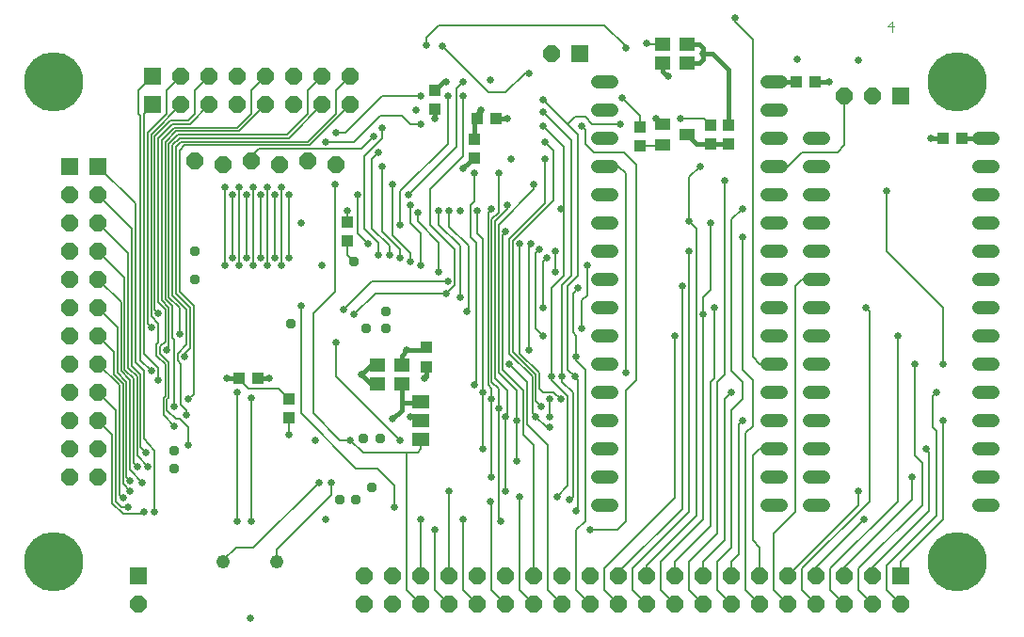
<source format=gbl>
G75*
%MOIN*%
%OFA0B0*%
%FSLAX24Y24*%
%IPPOS*%
%LPD*%
%AMOC8*
5,1,8,0,0,1.08239X$1,22.5*
%
%ADD10C,0.0030*%
%ADD11C,0.2100*%
%ADD12C,0.0480*%
%ADD13R,0.0600X0.0600*%
%ADD14OC8,0.0600*%
%ADD15R,0.0551X0.0472*%
%ADD16C,0.0480*%
%ADD17OC8,0.0337*%
%ADD18R,0.0591X0.0512*%
%ADD19R,0.0433X0.0394*%
%ADD20R,0.0394X0.0433*%
%ADD21R,0.0551X0.0394*%
%ADD22C,0.0258*%
%ADD23C,0.0160*%
%ADD24C,0.0050*%
D10*
X032200Y022140D02*
X032200Y022510D01*
X032015Y022325D01*
X032262Y022325D01*
D11*
X002500Y003375D03*
X002500Y020375D03*
X034500Y020375D03*
X034500Y003375D03*
D12*
X035260Y005375D02*
X035740Y005375D01*
X035740Y006375D02*
X035260Y006375D01*
X035260Y007375D02*
X035740Y007375D01*
X035740Y008375D02*
X035260Y008375D01*
X035260Y009375D02*
X035740Y009375D01*
X035740Y010375D02*
X035260Y010375D01*
X035260Y011375D02*
X035740Y011375D01*
X035740Y012375D02*
X035260Y012375D01*
X035260Y013375D02*
X035740Y013375D01*
X035740Y014375D02*
X035260Y014375D01*
X035260Y015375D02*
X035740Y015375D01*
X035740Y016375D02*
X035260Y016375D01*
X035260Y017375D02*
X035740Y017375D01*
X035740Y018375D02*
X035260Y018375D01*
X029740Y018375D02*
X029260Y018375D01*
X028240Y018375D02*
X027760Y018375D01*
X027760Y017375D02*
X028240Y017375D01*
X029260Y017375D02*
X029740Y017375D01*
X029740Y016375D02*
X029260Y016375D01*
X028240Y016375D02*
X027760Y016375D01*
X027760Y015375D02*
X028240Y015375D01*
X029260Y015375D02*
X029740Y015375D01*
X029740Y014375D02*
X029260Y014375D01*
X028240Y014375D02*
X027760Y014375D01*
X027760Y013375D02*
X028240Y013375D01*
X029260Y013375D02*
X029740Y013375D01*
X029740Y012375D02*
X029260Y012375D01*
X028240Y012375D02*
X027760Y012375D01*
X027760Y011375D02*
X028240Y011375D01*
X029260Y011375D02*
X029740Y011375D01*
X029740Y010375D02*
X029260Y010375D01*
X028240Y010375D02*
X027760Y010375D01*
X027760Y009375D02*
X028240Y009375D01*
X029260Y009375D02*
X029740Y009375D01*
X029740Y008375D02*
X029260Y008375D01*
X028240Y008375D02*
X027760Y008375D01*
X027760Y007375D02*
X028240Y007375D01*
X029260Y007375D02*
X029740Y007375D01*
X029740Y006375D02*
X029260Y006375D01*
X028240Y006375D02*
X027760Y006375D01*
X027760Y005375D02*
X028240Y005375D01*
X029260Y005375D02*
X029740Y005375D01*
X022240Y005375D02*
X021760Y005375D01*
X021760Y006375D02*
X022240Y006375D01*
X022240Y007375D02*
X021760Y007375D01*
X021760Y008375D02*
X022240Y008375D01*
X022240Y009375D02*
X021760Y009375D01*
X021760Y010375D02*
X022240Y010375D01*
X022240Y011375D02*
X021760Y011375D01*
X021760Y012375D02*
X022240Y012375D01*
X022240Y013375D02*
X021760Y013375D01*
X021760Y014375D02*
X022240Y014375D01*
X022240Y015375D02*
X021760Y015375D01*
X021760Y016375D02*
X022240Y016375D01*
X022240Y017375D02*
X021760Y017375D01*
X021760Y018375D02*
X022240Y018375D01*
X022240Y019375D02*
X021760Y019375D01*
X021760Y020375D02*
X022240Y020375D01*
X027760Y020375D02*
X028240Y020375D01*
X028240Y019375D02*
X027760Y019375D01*
D13*
X032500Y019875D03*
X021125Y021375D03*
X006000Y020563D03*
X006000Y019563D03*
X004063Y017375D03*
X003063Y017375D03*
X005500Y002875D03*
X032500Y002875D03*
D14*
X031500Y002875D03*
X030500Y002875D03*
X029500Y002875D03*
X028500Y002875D03*
X027500Y002875D03*
X026500Y002875D03*
X025500Y002875D03*
X024500Y002875D03*
X023500Y002875D03*
X022500Y002875D03*
X021500Y002875D03*
X020500Y002875D03*
X019500Y002875D03*
X018500Y002875D03*
X017500Y002875D03*
X016500Y002875D03*
X015500Y002875D03*
X014500Y002875D03*
X013500Y002875D03*
X013500Y001875D03*
X014500Y001875D03*
X015500Y001875D03*
X016500Y001875D03*
X017500Y001875D03*
X018500Y001875D03*
X019500Y001875D03*
X020500Y001875D03*
X021500Y001875D03*
X022500Y001875D03*
X023500Y001875D03*
X024500Y001875D03*
X025500Y001875D03*
X026500Y001875D03*
X027500Y001875D03*
X028500Y001875D03*
X029500Y001875D03*
X030500Y001875D03*
X031500Y001875D03*
X032500Y001875D03*
X012500Y017438D03*
X011500Y017563D03*
X010500Y017438D03*
X009500Y017563D03*
X008500Y017438D03*
X007500Y017563D03*
X007000Y019563D03*
X008000Y019563D03*
X009000Y019563D03*
X010000Y019563D03*
X011000Y019563D03*
X012000Y019563D03*
X013000Y019563D03*
X013000Y020563D03*
X012000Y020563D03*
X011000Y020563D03*
X010000Y020563D03*
X009000Y020563D03*
X008000Y020563D03*
X007000Y020563D03*
X004063Y016375D03*
X003063Y016375D03*
X003063Y015375D03*
X004063Y015375D03*
X004063Y014375D03*
X003063Y014375D03*
X003063Y013375D03*
X004063Y013375D03*
X004063Y012375D03*
X003063Y012375D03*
X003063Y011375D03*
X004063Y011375D03*
X004063Y010375D03*
X003063Y010375D03*
X003063Y009375D03*
X004063Y009375D03*
X004063Y008375D03*
X003063Y008375D03*
X003063Y007375D03*
X004063Y007375D03*
X004063Y006375D03*
X003063Y006375D03*
X005500Y001875D03*
X030500Y019875D03*
X031500Y019875D03*
X020125Y021375D03*
D15*
X024067Y021040D03*
X024067Y021710D03*
X024933Y021710D03*
X024933Y021040D03*
X014808Y010335D03*
X013942Y010335D03*
X013942Y009665D03*
X014808Y009665D03*
D16*
X010388Y003375D03*
X008488Y003375D03*
D17*
X012625Y005563D03*
X013188Y005563D03*
X013750Y006000D03*
X013438Y007750D03*
X014063Y007750D03*
X014250Y011625D03*
X014250Y012250D03*
X013563Y011625D03*
X010875Y011813D03*
X013125Y014000D03*
X007500Y014375D03*
X007500Y013375D03*
X006750Y007313D03*
X006750Y006688D03*
D18*
X015500Y007706D03*
X015500Y008375D03*
X015500Y009044D03*
D19*
X010813Y009147D03*
X010813Y008478D03*
X009710Y009875D03*
X009040Y009875D03*
X012875Y014728D03*
X012875Y015397D03*
X017478Y019063D03*
X018147Y019063D03*
X023250Y018772D03*
X023250Y018103D03*
X026375Y018165D03*
X026375Y018835D03*
X028790Y020375D03*
X029460Y020375D03*
X033978Y018375D03*
X034647Y018375D03*
D20*
X025750Y018165D03*
X025750Y018835D03*
X017375Y018335D03*
X017375Y017665D03*
X016000Y019415D03*
X016000Y020085D03*
X015688Y010960D03*
X015688Y010290D03*
D21*
X024067Y018126D03*
X024067Y018874D03*
X024933Y018500D03*
D22*
X024688Y019063D03*
X023813Y019063D03*
X022563Y018875D03*
X021188Y018813D03*
X019813Y018813D03*
X019813Y019313D03*
X019813Y019750D03*
X018563Y019063D03*
X017625Y019375D03*
X017000Y019875D03*
X016438Y019875D03*
X016375Y020375D03*
X017000Y020375D03*
X017938Y020438D03*
X019313Y020688D03*
X022625Y019813D03*
X024250Y020563D03*
X025500Y021375D03*
X026625Y022625D03*
X028813Y021188D03*
X029938Y020375D03*
X031000Y021125D03*
X033563Y018375D03*
X032000Y016500D03*
X026875Y015875D03*
X025750Y015375D03*
X025000Y015438D03*
X025000Y014375D03*
X024750Y013125D03*
X025875Y012375D03*
X025500Y012125D03*
X024500Y011375D03*
X022750Y010063D03*
X020938Y009938D03*
X020500Y009938D03*
X020125Y009938D03*
X021000Y010625D03*
X019813Y011375D03*
X019313Y010875D03*
X018625Y010375D03*
X017688Y009375D03*
X018000Y009125D03*
X018250Y008813D03*
X018500Y008500D03*
X018875Y008375D03*
X019563Y008500D03*
X019750Y008875D03*
X020063Y009125D03*
X020438Y009125D03*
X020063Y008500D03*
X020063Y008125D03*
X018875Y006938D03*
X018000Y006375D03*
X018500Y005875D03*
X017938Y005500D03*
X018313Y004813D03*
X019000Y005688D03*
X020313Y005688D03*
X020750Y005563D03*
X021000Y005188D03*
X021500Y004500D03*
X017000Y004875D03*
X016000Y004500D03*
X015500Y004875D03*
X014563Y005313D03*
X016500Y005875D03*
X017688Y007375D03*
X015125Y008500D03*
X014500Y008438D03*
X014750Y007688D03*
X013000Y007688D03*
X011750Y007688D03*
X010813Y007875D03*
X009500Y009188D03*
X009000Y009375D03*
X008625Y009875D03*
X010125Y009875D03*
X012500Y011125D03*
X013125Y012125D03*
X012750Y012313D03*
X011250Y012438D03*
X010563Y013875D03*
X010813Y014125D03*
X010313Y014125D03*
X010063Y013875D03*
X009813Y014125D03*
X009563Y013875D03*
X009313Y014125D03*
X009063Y013875D03*
X008813Y014125D03*
X008563Y013875D03*
X006188Y012188D03*
X005938Y011688D03*
X006500Y010875D03*
X007125Y010625D03*
X006938Y011438D03*
X005938Y010125D03*
X006188Y009813D03*
X007250Y009125D03*
X006750Y008875D03*
X007188Y008563D03*
X006750Y008188D03*
X007250Y007500D03*
X005750Y007250D03*
X005813Y006750D03*
X005438Y006750D03*
X005188Y006250D03*
X005188Y005875D03*
X004938Y005625D03*
X005125Y005313D03*
X005688Y005125D03*
X006063Y005125D03*
X005625Y006188D03*
X009000Y004813D03*
X009500Y004813D03*
X011875Y006188D03*
X012313Y006188D03*
X012125Y004875D03*
X009438Y001375D03*
X017375Y009625D03*
X015625Y009875D03*
X015000Y010875D03*
X013375Y010000D03*
X017125Y012250D03*
X016875Y012750D03*
X016375Y012875D03*
X016438Y013313D03*
X016125Y013625D03*
X015500Y013875D03*
X015125Y014000D03*
X014750Y014125D03*
X014375Y014250D03*
X014000Y014250D03*
X013625Y014625D03*
X014750Y015313D03*
X015375Y015750D03*
X015125Y016000D03*
X015063Y016375D03*
X014500Y016750D03*
X014125Y017375D03*
X014000Y017875D03*
X013813Y018438D03*
X014125Y018750D03*
X015313Y019375D03*
X015500Y019875D03*
X016000Y019063D03*
X015500Y018875D03*
X017000Y017313D03*
X017375Y017125D03*
X018250Y017125D03*
X018688Y017625D03*
X019875Y017625D03*
X019875Y018250D03*
X019500Y016750D03*
X018563Y016000D03*
X018000Y015875D03*
X017500Y015813D03*
X016875Y015813D03*
X016500Y015813D03*
X016125Y015813D03*
X018500Y015063D03*
X019000Y014625D03*
X019375Y014625D03*
X019688Y014438D03*
X020250Y014375D03*
X019938Y014125D03*
X020250Y013625D03*
X021063Y013063D03*
X021375Y013875D03*
X019813Y012375D03*
X021188Y011625D03*
X026500Y009375D03*
X026875Y008375D03*
X031000Y005875D03*
X031188Y004875D03*
X032875Y006375D03*
X033375Y007375D03*
X034000Y008375D03*
X033750Y009375D03*
X034000Y010375D03*
X033000Y010375D03*
X032375Y011375D03*
X031250Y012375D03*
X026875Y014875D03*
X026250Y016875D03*
X025375Y017375D03*
X020438Y015875D03*
X013250Y016375D03*
X012438Y016750D03*
X012875Y015813D03*
X011250Y015375D03*
X010813Y016375D03*
X010563Y016625D03*
X010313Y016375D03*
X010063Y016625D03*
X009813Y016375D03*
X009563Y016625D03*
X009313Y016375D03*
X009063Y016625D03*
X008813Y016375D03*
X008563Y016625D03*
X012125Y018250D03*
X012500Y018563D03*
X015688Y021688D03*
X016250Y021625D03*
X022750Y021563D03*
X023500Y021750D03*
X012000Y013875D03*
D23*
X015000Y010875D02*
X014808Y010683D01*
X014808Y010335D01*
X013942Y010335D02*
X013710Y010335D01*
X013375Y010000D01*
X013710Y009665D01*
X013942Y009665D01*
X014808Y009665D02*
X014808Y009063D01*
X014852Y009019D01*
X015474Y009019D01*
X015375Y008500D02*
X015125Y008500D01*
X015375Y008500D02*
X015500Y008375D01*
X014808Y008746D02*
X014500Y008438D01*
X014808Y008746D02*
X014808Y009063D01*
X015625Y009875D02*
X015688Y009938D01*
X015688Y010290D01*
X015603Y010875D02*
X015000Y010875D01*
X015603Y010875D02*
X015688Y010960D01*
X010125Y009875D02*
X009710Y009875D01*
X009040Y009875D02*
X008625Y009875D01*
X017000Y017313D02*
X017000Y017353D01*
X017375Y017665D01*
X017375Y018335D02*
X017375Y018960D01*
X017478Y019063D01*
X017478Y019228D01*
X017625Y019375D01*
X018147Y019063D02*
X018563Y019063D01*
X016375Y020375D02*
X016290Y020375D01*
X016000Y020085D01*
X016000Y019415D02*
X016000Y019063D01*
X024067Y020746D02*
X024250Y020563D01*
X024067Y020746D02*
X024067Y021040D01*
X024933Y021040D02*
X025353Y021040D01*
X025500Y021188D01*
X025500Y021375D01*
X025500Y021563D01*
X025353Y021710D01*
X024933Y021710D01*
X025500Y021375D02*
X025813Y021375D01*
X026375Y020813D01*
X026375Y018835D01*
X026375Y018165D02*
X025750Y018165D01*
X025268Y018165D01*
X024933Y018500D01*
X028000Y020375D02*
X028790Y020375D01*
X029460Y020375D02*
X029938Y020375D01*
X033563Y018375D02*
X033978Y018375D01*
X034647Y018375D02*
X035500Y018375D01*
D24*
X032000Y016500D02*
X032000Y014375D01*
X034000Y012375D01*
X034000Y010375D01*
X033000Y010375D02*
X033000Y007125D01*
X033250Y006875D01*
X033250Y005375D01*
X031000Y003125D01*
X031000Y002375D01*
X031500Y001875D01*
X030500Y001875D02*
X030000Y002375D01*
X030000Y003125D01*
X032375Y005500D01*
X032375Y011375D01*
X031375Y012250D02*
X031250Y012375D01*
X031375Y012250D02*
X031375Y005500D01*
X029000Y003125D01*
X029000Y002375D01*
X029500Y001875D01*
X028500Y001875D02*
X028000Y002375D01*
X028000Y004375D01*
X028750Y005125D01*
X028750Y013125D01*
X029000Y013375D01*
X029500Y013375D01*
X026875Y014875D02*
X026875Y010188D01*
X027250Y009813D01*
X027250Y008188D01*
X027000Y007938D01*
X027000Y002375D01*
X027500Y001875D01*
X026500Y001875D02*
X026000Y002375D01*
X026000Y003375D01*
X026500Y003875D01*
X026500Y008750D01*
X026875Y009125D01*
X026875Y009750D01*
X026500Y010125D01*
X026500Y015500D01*
X026875Y015875D01*
X025750Y015375D02*
X025750Y013000D01*
X025500Y012750D01*
X025500Y012125D01*
X025500Y004875D01*
X024000Y003375D01*
X024000Y002375D01*
X024500Y001875D01*
X023500Y001875D02*
X023000Y002375D01*
X023000Y003125D01*
X025000Y005125D01*
X025000Y014375D01*
X025250Y015188D02*
X025000Y015438D01*
X025000Y017000D01*
X025375Y017375D01*
X026250Y016875D02*
X026250Y010000D01*
X026000Y009750D01*
X026000Y004375D01*
X025000Y003375D01*
X025000Y002375D01*
X025500Y001875D01*
X025500Y002875D02*
X025500Y003375D01*
X026250Y004125D01*
X026250Y009125D01*
X026500Y009375D01*
X025875Y009875D02*
X025875Y012375D01*
X024750Y013125D02*
X024750Y005250D01*
X022500Y003000D01*
X022500Y002875D01*
X022000Y003125D02*
X024500Y005625D01*
X024500Y011375D01*
X022750Y010063D02*
X022750Y017125D01*
X022500Y017375D01*
X022000Y017375D01*
X021625Y017875D02*
X021313Y018188D01*
X021313Y018688D01*
X021188Y018813D01*
X021313Y019125D02*
X021563Y018875D01*
X022563Y018875D01*
X023250Y018772D02*
X023250Y019188D01*
X022625Y019813D01*
X021313Y019125D02*
X020938Y019125D01*
X020688Y018875D01*
X019813Y019750D01*
X019938Y019625D01*
X019813Y019313D02*
X020813Y018313D01*
X020813Y013500D01*
X020500Y013188D01*
X020500Y009938D01*
X020500Y009750D01*
X020875Y009375D01*
X020875Y005688D01*
X020750Y005563D01*
X021063Y005250D02*
X021000Y005188D01*
X021063Y005250D02*
X021063Y009813D01*
X020938Y009938D01*
X020688Y010188D01*
X020688Y013125D01*
X021063Y013500D01*
X021063Y018500D01*
X020688Y018875D01*
X020563Y018063D02*
X019813Y018813D01*
X019875Y018250D02*
X020188Y017938D01*
X020188Y016188D01*
X018750Y014750D01*
X018750Y010813D01*
X019563Y010000D01*
X019563Y009063D01*
X019750Y008875D01*
X019438Y008625D02*
X019438Y009938D01*
X018625Y010750D01*
X018625Y014813D01*
X019875Y016063D01*
X019875Y017625D01*
X020563Y018063D02*
X020563Y015875D01*
X020438Y015875D01*
X020563Y015875D02*
X020563Y013500D01*
X020125Y013063D01*
X020125Y009938D01*
X020125Y009813D01*
X020688Y009250D01*
X020688Y006063D01*
X020313Y005688D01*
X019000Y005688D02*
X019000Y002375D01*
X019500Y001875D01*
X020000Y002375D02*
X020000Y007500D01*
X019250Y008250D01*
X019250Y009750D01*
X018625Y010375D01*
X018375Y010188D02*
X019125Y009438D01*
X019125Y007875D01*
X019500Y007500D01*
X019500Y002875D01*
X020000Y002375D02*
X020500Y001875D01*
X021000Y002375D02*
X021500Y001875D01*
X021000Y002375D02*
X021000Y004500D01*
X021313Y004813D01*
X021313Y010188D01*
X021000Y010500D01*
X021000Y010625D01*
X021000Y011375D01*
X020875Y011500D01*
X020875Y012875D01*
X021063Y013063D01*
X021375Y012813D02*
X021188Y012625D01*
X021188Y011625D01*
X019813Y011375D02*
X019563Y011625D01*
X019563Y014313D01*
X019688Y014438D01*
X019375Y014625D02*
X019313Y014563D01*
X019313Y010875D01*
X019000Y010750D02*
X019000Y014625D01*
X018500Y015063D02*
X018375Y014938D01*
X018375Y010188D01*
X018250Y010063D02*
X018250Y015313D01*
X019500Y016563D01*
X019500Y016750D01*
X018563Y016000D02*
X018563Y015875D01*
X018125Y015438D01*
X018125Y009875D01*
X018563Y009438D01*
X018563Y008563D01*
X018500Y008500D01*
X018500Y005875D01*
X018000Y005438D02*
X017938Y005500D01*
X018000Y005438D02*
X018000Y002375D01*
X018500Y001875D01*
X017500Y001875D02*
X017000Y002375D01*
X017000Y004875D01*
X016000Y004500D02*
X016000Y002375D01*
X016500Y001875D01*
X015500Y001875D02*
X015000Y002375D01*
X015000Y007250D01*
X013438Y007250D01*
X013000Y007688D01*
X012625Y007688D01*
X011688Y008625D01*
X011688Y012188D01*
X012438Y012938D01*
X012438Y016750D01*
X013250Y016375D02*
X013250Y015000D01*
X013625Y014625D01*
X014000Y014688D02*
X014000Y014250D01*
X014375Y014250D02*
X014375Y014563D01*
X013750Y015188D01*
X013750Y017625D01*
X014000Y017875D01*
X013500Y017750D02*
X014125Y018375D01*
X014125Y018750D01*
X013813Y018438D02*
X013375Y018000D01*
X009750Y018000D01*
X009500Y017750D01*
X009500Y017563D01*
X009563Y016625D02*
X009563Y013875D01*
X009813Y014125D02*
X009813Y016375D01*
X010063Y016625D02*
X010063Y013875D01*
X010313Y014125D02*
X010313Y016375D01*
X010563Y016625D02*
X010563Y013875D01*
X010813Y014125D02*
X010813Y016375D01*
X009313Y016375D02*
X009313Y014125D01*
X009063Y013875D02*
X009063Y016625D01*
X008813Y016375D02*
X008813Y014125D01*
X008563Y013875D02*
X008563Y016625D01*
X007125Y018125D02*
X006938Y017938D01*
X006938Y012938D01*
X007438Y012438D01*
X007438Y009313D01*
X007250Y009125D01*
X007313Y009188D01*
X007000Y008938D02*
X007188Y008750D01*
X007188Y008563D01*
X006938Y008438D02*
X007250Y008125D01*
X007250Y007500D01*
X006750Y008188D02*
X006375Y008563D01*
X006375Y009188D01*
X006438Y009250D01*
X006438Y010375D01*
X006125Y010688D01*
X006125Y011063D01*
X006188Y011125D01*
X006188Y011813D01*
X005938Y012063D01*
X005938Y018500D01*
X007000Y019563D01*
X006500Y019250D02*
X005813Y018563D01*
X005813Y011813D01*
X005938Y011688D01*
X006188Y012188D02*
X006063Y012313D01*
X006063Y018438D01*
X006625Y019000D01*
X007250Y019000D01*
X007500Y019250D01*
X007500Y020063D01*
X008000Y020563D01*
X007000Y020563D02*
X006500Y020063D01*
X006500Y019250D01*
X006000Y019563D02*
X005688Y019250D01*
X005688Y010750D01*
X006188Y010250D01*
X006188Y009813D01*
X005938Y010125D02*
X005563Y010500D01*
X005563Y019188D01*
X005500Y019250D01*
X005500Y020063D01*
X006000Y020563D01*
X007313Y018875D02*
X008000Y019563D01*
X007313Y018875D02*
X006688Y018875D01*
X006188Y018375D01*
X006188Y012563D01*
X006438Y012313D01*
X006438Y011188D01*
X006250Y011000D01*
X006250Y010750D01*
X006563Y010438D01*
X006563Y009188D01*
X006500Y009125D01*
X006500Y008750D01*
X006813Y008438D01*
X006938Y008438D01*
X006750Y008875D02*
X006750Y011250D01*
X006688Y011313D01*
X006688Y012438D01*
X006438Y012688D01*
X006438Y018250D01*
X006813Y018625D01*
X009063Y018625D01*
X010000Y019563D01*
X009500Y019250D02*
X009000Y018750D01*
X006750Y018750D01*
X006313Y018313D01*
X006313Y012625D01*
X006563Y012375D01*
X006563Y010938D01*
X006500Y010875D01*
X006875Y010750D02*
X006875Y010500D01*
X007000Y010375D01*
X007000Y008938D01*
X005313Y009875D02*
X005000Y010188D01*
X005000Y013438D01*
X004063Y014375D01*
X004063Y015375D02*
X005125Y014313D01*
X005125Y010250D01*
X005438Y009938D01*
X005438Y007125D01*
X005813Y006750D01*
X005438Y006750D02*
X005313Y006875D01*
X005313Y009875D01*
X005188Y009813D02*
X004875Y010125D01*
X004875Y012563D01*
X004063Y013375D01*
X004063Y012375D02*
X004750Y011688D01*
X004750Y010063D01*
X005063Y009750D01*
X005063Y006375D01*
X005188Y006250D01*
X004938Y006125D02*
X005188Y005875D01*
X004938Y005625D02*
X004813Y005750D01*
X004813Y009625D01*
X004063Y010375D01*
X004625Y010000D02*
X004625Y010813D01*
X004063Y011375D01*
X005375Y010438D02*
X005375Y016063D01*
X004063Y017375D01*
X004063Y016375D02*
X005250Y015188D01*
X005250Y010313D01*
X005563Y010000D01*
X005563Y007438D01*
X005750Y007250D01*
X006063Y007313D02*
X006063Y005125D01*
X005688Y005125D02*
X005625Y005063D01*
X004938Y005063D01*
X004563Y005438D01*
X004563Y007875D01*
X004063Y008375D01*
X004688Y008750D02*
X004688Y005500D01*
X004875Y005313D01*
X005125Y005313D01*
X004938Y006125D02*
X004938Y009688D01*
X004625Y010000D01*
X005188Y009813D02*
X005188Y006625D01*
X005625Y006188D01*
X006063Y007313D02*
X005688Y007750D01*
X005688Y010125D01*
X005375Y010438D01*
X006875Y010750D02*
X007188Y011063D01*
X007188Y012313D01*
X006688Y012813D01*
X006688Y018125D01*
X006938Y018375D01*
X010813Y018375D01*
X012000Y019563D01*
X012500Y019250D02*
X011500Y018250D01*
X007000Y018250D01*
X006813Y018063D01*
X006813Y012875D01*
X007313Y012375D01*
X007313Y010938D01*
X007125Y010750D01*
X007125Y010625D01*
X006938Y011438D02*
X006938Y012375D01*
X006563Y012750D01*
X006563Y018188D01*
X006875Y018500D01*
X010750Y018500D01*
X011500Y019250D01*
X011500Y020063D01*
X012000Y020563D01*
X012500Y020063D02*
X012500Y019250D01*
X013000Y019563D02*
X011563Y018125D01*
X007125Y018125D01*
X009500Y019250D02*
X009500Y020063D01*
X010000Y020563D01*
X012500Y020063D02*
X013000Y020563D01*
X014125Y019875D02*
X012813Y018563D01*
X012500Y018563D01*
X012125Y018250D02*
X013125Y018250D01*
X014063Y019188D01*
X014813Y019188D01*
X015125Y018875D01*
X015500Y018875D01*
X016438Y018188D02*
X016438Y019875D01*
X016750Y020125D02*
X016750Y018063D01*
X015063Y016375D01*
X014750Y016500D02*
X016438Y018188D01*
X017000Y017750D02*
X015813Y016563D01*
X015813Y015313D01*
X016688Y014438D01*
X016688Y013188D01*
X016375Y012875D01*
X013875Y012875D01*
X013125Y012125D01*
X012750Y012313D02*
X013750Y013313D01*
X016438Y013313D01*
X016125Y013625D02*
X016125Y014688D01*
X015375Y015438D01*
X015375Y015750D01*
X015125Y016000D02*
X015125Y015375D01*
X015500Y015000D01*
X015500Y013875D01*
X015125Y014000D02*
X015125Y014313D01*
X014500Y014938D01*
X014500Y016750D01*
X014750Y016500D02*
X014750Y015313D01*
X014125Y015063D02*
X014750Y014438D01*
X014750Y014125D01*
X014000Y014688D02*
X013500Y015188D01*
X013500Y017750D01*
X014125Y017375D02*
X014125Y015063D01*
X012875Y015397D02*
X012875Y015813D01*
X012875Y014728D02*
X012875Y014250D01*
X013125Y014000D01*
X011250Y012438D02*
X011250Y008625D01*
X013188Y006688D01*
X013938Y006688D01*
X014563Y006063D01*
X014563Y005313D01*
X015500Y004875D02*
X015500Y002875D01*
X016500Y002875D02*
X016500Y005875D01*
X018000Y006375D02*
X018000Y009125D01*
X018000Y009500D01*
X017875Y009625D01*
X017875Y015750D01*
X018000Y015875D01*
X018250Y015750D02*
X018250Y017125D01*
X017375Y017125D02*
X017375Y016125D01*
X017250Y016000D01*
X017250Y014875D01*
X017438Y014688D01*
X017438Y009688D01*
X017375Y009625D01*
X017688Y009375D02*
X017688Y014813D01*
X017500Y015000D01*
X017500Y015813D01*
X018000Y015500D02*
X018250Y015750D01*
X018000Y015500D02*
X018000Y009750D01*
X018250Y009500D01*
X018250Y008813D01*
X018250Y004875D01*
X018313Y004813D01*
X021500Y004500D02*
X022438Y004500D01*
X022750Y004813D01*
X022750Y009438D01*
X023125Y009813D01*
X023125Y017438D01*
X022688Y017875D01*
X021625Y017875D01*
X023250Y018103D02*
X024044Y018103D01*
X024067Y018126D01*
X024067Y018874D02*
X023878Y019063D01*
X023813Y019063D01*
X024688Y019063D02*
X025522Y019063D01*
X025750Y018835D01*
X028000Y017375D02*
X028500Y017375D01*
X029000Y017875D01*
X030250Y017875D01*
X030500Y018125D01*
X030500Y019875D01*
X027250Y021875D02*
X026625Y022500D01*
X026625Y022625D01*
X027250Y021875D02*
X027250Y010625D01*
X027500Y010375D01*
X028000Y010375D01*
X025875Y009875D02*
X025750Y009750D01*
X025750Y004625D01*
X024500Y003375D01*
X024500Y002875D01*
X023500Y002875D02*
X023500Y003250D01*
X025250Y005000D01*
X025250Y015188D01*
X021375Y013875D02*
X021375Y012813D01*
X020250Y013625D02*
X020250Y014375D01*
X019938Y014125D02*
X019813Y014000D01*
X019813Y012375D01*
X019000Y010750D02*
X019688Y010063D01*
X019688Y009500D01*
X019813Y009375D01*
X020188Y009375D01*
X020438Y009125D01*
X020063Y009125D02*
X020063Y008500D01*
X020063Y008125D02*
X019938Y008125D01*
X019563Y008500D01*
X019438Y008625D01*
X018875Y008375D02*
X018875Y006938D01*
X017688Y007375D02*
X017688Y009375D01*
X018250Y010063D02*
X018875Y009438D01*
X018875Y008375D01*
X015500Y007706D02*
X015500Y007375D01*
X015375Y007250D01*
X015000Y007250D01*
X014750Y007688D02*
X012500Y009938D01*
X012500Y011125D01*
X010813Y009147D02*
X010460Y009500D01*
X009375Y009500D01*
X009040Y009835D01*
X009040Y009875D01*
X009000Y009375D02*
X009000Y004813D01*
X009500Y004813D02*
X009500Y009188D01*
X010813Y008478D02*
X010813Y007875D01*
X011875Y006188D02*
X009563Y003875D01*
X008938Y003875D01*
X008488Y003425D01*
X008488Y003375D01*
X010388Y003375D02*
X010388Y003813D01*
X012313Y005738D01*
X012313Y006188D01*
X015474Y009019D02*
X015500Y009044D01*
X017125Y012250D02*
X017188Y012313D01*
X017188Y014563D01*
X016500Y015250D01*
X016500Y015813D01*
X016125Y015813D02*
X016125Y015313D01*
X016875Y014563D01*
X016875Y012750D01*
X017000Y017750D02*
X017000Y019875D01*
X016750Y020125D02*
X017000Y020375D01*
X017875Y020000D02*
X016250Y021625D01*
X015688Y021688D02*
X015688Y021938D01*
X016125Y022375D01*
X022000Y022375D01*
X022750Y021625D01*
X022750Y021563D01*
X023500Y021750D02*
X023540Y021710D01*
X024067Y021710D01*
X019313Y020688D02*
X019188Y020688D01*
X018500Y020000D01*
X017875Y020000D01*
X015500Y019875D02*
X014125Y019875D01*
X004063Y009375D02*
X004688Y008750D01*
X022000Y003125D02*
X022000Y002375D01*
X022500Y001875D01*
X026500Y002875D02*
X026500Y003375D01*
X026750Y003625D01*
X026750Y008250D01*
X026875Y008375D01*
X027500Y007375D02*
X028000Y007375D01*
X027500Y007375D02*
X027250Y007125D01*
X027250Y004125D01*
X027500Y003875D01*
X027500Y002875D01*
X028500Y002875D02*
X031000Y005375D01*
X031000Y005875D01*
X031188Y004875D02*
X029500Y003188D01*
X029500Y002875D01*
X030500Y002875D02*
X030500Y003188D01*
X032875Y005563D01*
X032875Y006375D01*
X033500Y007250D02*
X033375Y007375D01*
X033500Y007250D02*
X033500Y005188D01*
X031500Y003188D01*
X031500Y002875D01*
X032000Y003250D02*
X032000Y002375D01*
X032500Y001875D01*
X032500Y002875D02*
X032500Y003375D01*
X034000Y004875D01*
X034000Y008375D01*
X033625Y008125D02*
X033625Y009250D01*
X033750Y009375D01*
X033625Y008125D02*
X033750Y008000D01*
X033750Y005000D01*
X032000Y003250D01*
M02*

</source>
